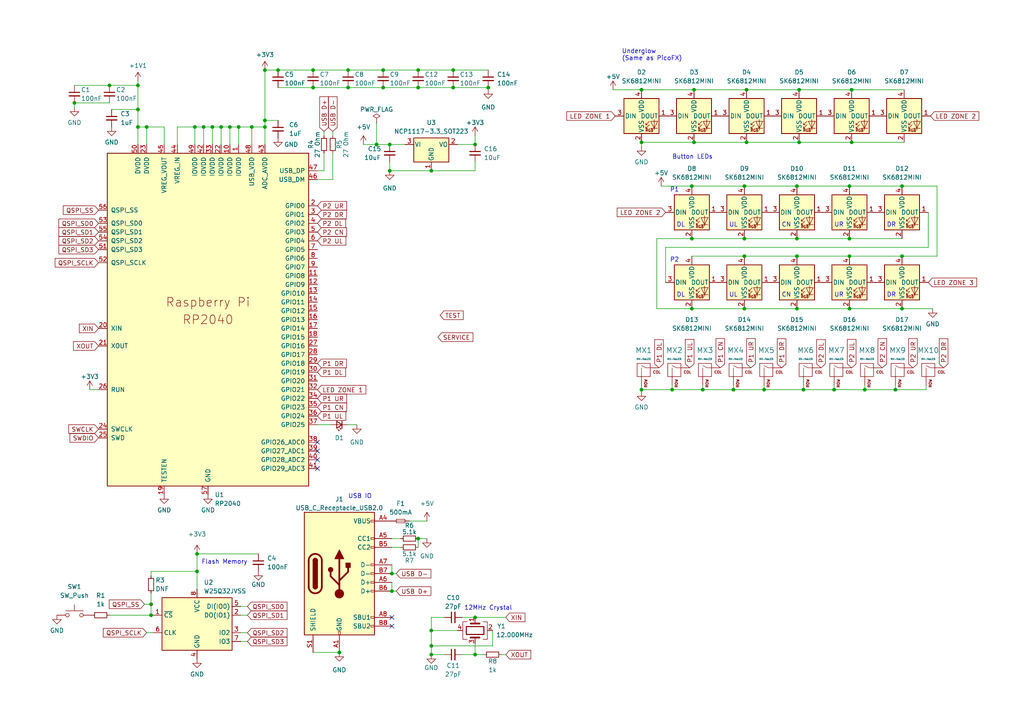
<source format=kicad_sch>
(kicad_sch (version 20230121) (generator eeschema)
  (paper "A4")
  (lib_symbols
    (symbol "+5V_1" (power) (pin_names (offset 0))
      (property "Value" "+5V_1" (at 0 3.556 0))
      (symbol "+5V_1_1_1"
        (pin power_in line (at 0 0 90) (length 0) hide (name "+5V") (number "1"))
      )
    )
    (symbol "Connector:USB_C_Receptacle_USB2.0" (pin_names (offset 1.016))
      (property "Reference" "J" (at -10.16 19.05 0))
      (property "Value" "USB_C_Receptacle_USB2.0" (at 19.05 19.05 0))
      (symbol "USB_C_Receptacle_USB2.0_1_1"
        (pin passive line (at 0 -22.86 90) (length 5.08) (name "GND") (number "A1"))
        (pin passive line (at 0 -22.86 90) (length 5.08) hide (name "GND") (number "A12"))
        (pin passive line (at 15.24 15.24 180) (length 5.08) (name "VBUS") (number "A4"))
        (pin bidirectional line (at 15.24 10.16 180) (length 5.08) (name "CC1") (number "A5"))
        (pin bidirectional line (at 15.24 -2.54 180) (length 5.08) (name "D+") (number "A6"))
        (pin bidirectional line (at 15.24 2.54 180) (length 5.08) (name "D-") (number "A7"))
        (pin bidirectional line (at 15.24 -12.7 180) (length 5.08) (name "SBU1") (number "A8"))
        (pin passive line (at 15.24 15.24 180) (length 5.08) hide (name "VBUS") (number "A9"))
        (pin passive line (at 0 -22.86 90) (length 5.08) hide (name "GND") (number "B1"))
        (pin passive line (at 0 -22.86 90) (length 5.08) hide (name "GND") (number "B12"))
        (pin passive line (at 15.24 15.24 180) (length 5.08) hide (name "VBUS") (number "B4"))
        (pin bidirectional line (at 15.24 7.62 180) (length 5.08) (name "CC2") (number "B5"))
        (pin bidirectional line (at 15.24 -5.08 180) (length 5.08) (name "D+") (number "B6"))
        (pin bidirectional line (at 15.24 0 180) (length 5.08) (name "D-") (number "B7"))
        (pin bidirectional line (at 15.24 -15.24 180) (length 5.08) (name "SBU2") (number "B8"))
        (pin passive line (at 15.24 15.24 180) (length 5.08) hide (name "VBUS") (number "B9"))
        (pin passive line (at -7.62 -22.86 90) (length 5.08) (name "SHIELD") (number "S1"))
      )
    )
    (symbol "Device:C_Small" (pin_numbers hide) (pin_names (offset 0.254) hide)
      (property "Reference" "C" (at 0.254 1.778 0))
      (property "Value" "C_Small" (at 0.254 -2.032 0))
      (symbol "C_Small_1_1"
        (pin passive line (at 0 2.54 270) (length 2.032) (name "~") (number "1"))
        (pin passive line (at 0 -2.54 90) (length 2.032) (name "~") (number "2"))
      )
    )
    (symbol "Device:Crystal_GND24" (pin_names (offset 1.016) hide)
      (property "Reference" "Y" (at 3.175 5.08 0))
      (property "Value" "Crystal_GND24" (at 3.175 3.175 0))
      (symbol "Crystal_GND24_1_1"
        (pin passive line (at -3.81 0 0) (length 1.27) (name "1") (number "1"))
        (pin passive line (at 0 5.08 270) (length 1.27) (name "2") (number "2"))
        (pin passive line (at 3.81 0 180) (length 1.27) (name "3") (number "3"))
        (pin passive line (at 0 -5.08 90) (length 1.27) (name "4") (number "4"))
      )
    )
    (symbol "Device:Fuse_Small" (pin_numbers hide) (pin_names (offset 0.254) hide)
      (property "Reference" "F" (at 0 -1.524 0))
      (property "Value" "Fuse_Small" (at 0 1.524 0))
      (symbol "Fuse_Small_1_1"
        (pin passive line (at -2.54 0 0) (length 1.27) (name "~") (number "1"))
        (pin passive line (at 2.54 0 180) (length 1.27) (name "~") (number "2"))
      )
    )
    (symbol "Device:LED_Small" (pin_numbers hide) (pin_names (offset 0.254) hide)
      (property "Reference" "D" (at -1.27 3.175 0))
      (property "Value" "LED_Small" (at -4.445 -2.54 0))
      (symbol "LED_Small_1_1"
        (pin passive line (at -2.54 0 0) (length 1.778) (name "K") (number "1"))
        (pin passive line (at 2.54 0 180) (length 1.778) (name "A") (number "2"))
      )
    )
    (symbol "Device:R_Small" (pin_numbers hide) (pin_names (offset 0.254) hide)
      (property "Reference" "R" (at 0.762 0.508 0))
      (property "Value" "R_Small" (at 0.762 -1.016 0))
      (symbol "R_Small_1_1"
        (pin passive line (at 0 2.54 270) (length 0.762) (name "~") (number "1"))
        (pin passive line (at 0 -2.54 90) (length 0.762) (name "~") (number "2"))
      )
    )
    (symbol "GND_1" (power) (pin_names (offset 0))
      (property "Value" "GND_1" (at 0 -3.81 0))
      (symbol "GND_1_1_1"
        (pin power_in line (at 0 0 270) (length 0) hide (name "GND") (number "1"))
      )
    )
    (symbol "GND_2" (power) (pin_names (offset 0))
      (property "Value" "GND_2" (at 0 -3.81 0))
      (symbol "GND_2_1_1"
        (pin power_in line (at 0 0 270) (length 0) hide (name "GND") (number "1"))
      )
    )
    (symbol "LED:SK6812MINI" (pin_names (offset 0.254))
      (property "Reference" "D" (at 5.08 5.715 0))
      (property "Value" "SK6812MINI" (at 1.27 -5.715 0))
      (symbol "SK6812MINI_0_0"
        (text "RGB" (at 2.286 -4.191 0) (effects (font (size 0.762 0.762))))
      )
      (symbol "SK6812MINI_1_1"
        (pin output line (at 7.62 0 180) (length 2.54) (name "DOUT") (number "1"))
        (pin power_in line (at 0 -7.62 90) (length 2.54) (name "VSS") (number "2"))
        (pin input line (at -7.62 0 0) (length 2.54) (name "DIN") (number "3"))
        (pin power_in line (at 0 7.62 270) (length 2.54) (name "VDD") (number "4"))
      )
    )
    (symbol "MCU_RaspberryPi_RP2040:RP2040" (pin_names (offset 1.016))
      (property "Reference" "U" (at -29.21 49.53 0))
      (property "Value" "RP2040" (at 24.13 -49.53 0))
      (symbol "RP2040_0_0"
        (text "Raspberry Pi" (at 0 5.08 0) (effects (font (size 2.54 2.54))))
        (text "RP2040" (at 0 0 0) (effects (font (size 2.54 2.54))))
      )
      (symbol "RP2040_1_1"
        (pin power_in line (at 8.89 50.8 270) (length 2.54) (name "IOVDD") (number "1"))
        (pin power_in line (at 6.35 50.8 270) (length 2.54) (name "IOVDD") (number "10"))
        (pin bidirectional line (at 31.75 12.7 180) (length 2.54) (name "GPIO8") (number "11"))
        (pin bidirectional line (at 31.75 10.16 180) (length 2.54) (name "GPIO9") (number "12"))
        (pin bidirectional line (at 31.75 7.62 180) (length 2.54) (name "GPIO10") (number "13"))
        (pin bidirectional line (at 31.75 5.08 180) (length 2.54) (name "GPIO11") (number "14"))
        (pin bidirectional line (at 31.75 2.54 180) (length 2.54) (name "GPIO12") (number "15"))
        (pin bidirectional line (at 31.75 0 180) (length 2.54) (name "GPIO13") (number "16"))
        (pin bidirectional line (at 31.75 -2.54 180) (length 2.54) (name "GPIO14") (number "17"))
        (pin bidirectional line (at 31.75 -5.08 180) (length 2.54) (name "GPIO15") (number "18"))
        (pin passive line (at -12.7 -50.8 90) (length 2.54) (name "TESTEN") (number "19"))
        (pin bidirectional line (at 31.75 33.02 180) (length 2.54) (name "GPIO0") (number "2"))
        (pin input line (at -31.75 -2.54 0) (length 2.54) (name "XIN") (number "20"))
        (pin passive line (at -31.75 -7.62 0) (length 2.54) (name "XOUT") (number "21"))
        (pin power_in line (at 3.81 50.8 270) (length 2.54) (name "IOVDD") (number "22"))
        (pin power_in line (at -17.78 50.8 270) (length 2.54) (name "DVDD") (number "23"))
        (pin output line (at -31.75 -31.75 0) (length 2.54) (name "SWCLK") (number "24"))
        (pin bidirectional line (at -31.75 -34.29 0) (length 2.54) (name "SWD") (number "25"))
        (pin input line (at -31.75 -20.32 0) (length 2.54) (name "RUN") (number "26"))
        (pin bidirectional line (at 31.75 -7.62 180) (length 2.54) (name "GPIO16") (number "27"))
        (pin bidirectional line (at 31.75 -10.16 180) (length 2.54) (name "GPIO17") (number "28"))
        (pin bidirectional line (at 31.75 -12.7 180) (length 2.54) (name "GPIO18") (number "29"))
        (pin bidirectional line (at 31.75 30.48 180) (length 2.54) (name "GPIO1") (number "3"))
        (pin bidirectional line (at 31.75 -15.24 180) (length 2.54) (name "GPIO19") (number "30"))
        (pin bidirectional line (at 31.75 -17.78 180) (length 2.54) (name "GPIO20") (number "31"))
        (pin bidirectional line (at 31.75 -20.32 180) (length 2.54) (name "GPIO21") (number "32"))
        (pin power_in line (at 1.27 50.8 270) (length 2.54) (name "IOVDD") (number "33"))
        (pin bidirectional line (at 31.75 -22.86 180) (length 2.54) (name "GPIO22") (number "34"))
        (pin bidirectional line (at 31.75 -25.4 180) (length 2.54) (name "GPIO23") (number "35"))
        (pin bidirectional line (at 31.75 -27.94 180) (length 2.54) (name "GPIO24") (number "36"))
        (pin bidirectional line (at 31.75 -30.48 180) (length 2.54) (name "GPIO25") (number "37"))
        (pin bidirectional line (at 31.75 -35.56 180) (length 2.54) (name "GPIO26_ADC0") (number "38"))
        (pin bidirectional line (at 31.75 -38.1 180) (length 2.54) (name "GPIO27_ADC1") (number "39"))
        (pin bidirectional line (at 31.75 27.94 180) (length 2.54) (name "GPIO2") (number "4"))
        (pin bidirectional line (at 31.75 -40.64 180) (length 2.54) (name "GPIO28_ADC2") (number "40"))
        (pin bidirectional line (at 31.75 -43.18 180) (length 2.54) (name "GPIO29_ADC3") (number "41"))
        (pin power_in line (at -1.27 50.8 270) (length 2.54) (name "IOVDD") (number "42"))
        (pin power_in line (at 16.51 50.8 270) (length 2.54) (name "ADC_AVDD") (number "43"))
        (pin power_in line (at -8.89 50.8 270) (length 2.54) (name "VREG_IN") (number "44"))
        (pin power_out line (at -12.7 50.8 270) (length 2.54) (name "VREG_VOUT") (number "45"))
        (pin bidirectional line (at 31.75 40.64 180) (length 2.54) (name "USB_DM") (number "46"))
        (pin bidirectional line (at 31.75 43.18 180) (length 2.54) (name "USB_DP") (number "47"))
        (pin power_in line (at 12.7 50.8 270) (length 2.54) (name "USB_VDD") (number "48"))
        (pin power_in line (at -3.81 50.8 270) (length 2.54) (name "IOVDD") (number "49"))
        (pin bidirectional line (at 31.75 25.4 180) (length 2.54) (name "GPIO3") (number "5"))
        (pin power_in line (at -20.32 50.8 270) (length 2.54) (name "DVDD") (number "50"))
        (pin bidirectional line (at -31.75 20.32 0) (length 2.54) (name "QSPI_SD3") (number "51"))
        (pin output line (at -31.75 16.51 0) (length 2.54) (name "QSPI_SCLK") (number "52"))
        (pin bidirectional line (at -31.75 27.94 0) (length 2.54) (name "QSPI_SD0") (number "53"))
        (pin bidirectional line (at -31.75 22.86 0) (length 2.54) (name "QSPI_SD2") (number "54"))
        (pin bidirectional line (at -31.75 25.4 0) (length 2.54) (name "QSPI_SD1") (number "55"))
        (pin bidirectional line (at -31.75 31.75 0) (length 2.54) (name "QSPI_SS") (number "56"))
        (pin power_in line (at 0 -50.8 90) (length 2.54) (name "GND") (number "57"))
        (pin bidirectional line (at 31.75 22.86 180) (length 2.54) (name "GPIO4") (number "6"))
        (pin bidirectional line (at 31.75 20.32 180) (length 2.54) (name "GPIO5") (number "7"))
        (pin bidirectional line (at 31.75 17.78 180) (length 2.54) (name "GPIO6") (number "8"))
        (pin bidirectional line (at 31.75 15.24 180) (length 2.54) (name "GPIO7") (number "9"))
      )
    )
    (symbol "MX_Alps_Hybrid:MX-NoLED" (pin_names (offset 1.016))
      (property "Reference" "MX" (at -0.635 3.81 0))
      (property "Value" "MX-NoLED" (at -0.635 1.27 0))
      (symbol "MX-NoLED_0_0"
        (text "COL" (at 3.175 0 0) (effects (font (size 0.762 0.762))))
        (text "ROW" (at 0 -1.905 900) (effects (font (size 0.762 0.762)) (justify right)))
      )
      (symbol "MX-NoLED_1_1"
        (pin passive line (at 3.81 1.27 180) (length 2.54) (name "COL") (number "1"))
        (pin passive line (at -1.27 -3.81 90) (length 2.54) (name "ROW") (number "2"))
      )
    )
    (symbol "Memory_Flash:W25Q32JVSS"
      (property "Reference" "U" (at -8.89 8.89 0))
      (property "Value" "W25Q32JVSS" (at 7.62 8.89 0))
      (symbol "W25Q32JVSS_1_1"
        (pin input line (at -12.7 2.54 0) (length 2.54) (name "~{CS}") (number "1"))
        (pin bidirectional line (at 12.7 2.54 180) (length 2.54) (name "DO(IO1)") (number "2"))
        (pin bidirectional line (at 12.7 -2.54 180) (length 2.54) (name "IO2") (number "3"))
        (pin power_in line (at 0 -10.16 90) (length 2.54) (name "GND") (number "4"))
        (pin bidirectional line (at 12.7 5.08 180) (length 2.54) (name "DI(IO0)") (number "5"))
        (pin input line (at -12.7 -2.54 0) (length 2.54) (name "CLK") (number "6"))
        (pin bidirectional line (at 12.7 -5.08 180) (length 2.54) (name "IO3") (number "7"))
        (pin power_in line (at 0 10.16 270) (length 2.54) (name "VCC") (number "8"))
      )
    )
    (symbol "Regulator_Linear:NCP1117-3.3_SOT223" (pin_names (offset 0.254))
      (property "Reference" "U" (at -3.81 3.175 0))
      (property "Value" "NCP1117-3.3_SOT223" (at 0 3.175 0))
      (symbol "NCP1117-3.3_SOT223_1_1"
        (pin power_in line (at 0 -7.62 90) (length 2.54) (name "GND") (number "1"))
        (pin power_out line (at 7.62 0 180) (length 2.54) (name "VO") (number "2"))
        (pin power_in line (at -7.62 0 0) (length 2.54) (name "VI") (number "3"))
      )
    )
    (symbol "Switch:SW_Push" (pin_numbers hide) (pin_names (offset 1.016) hide)
      (property "Reference" "SW" (at 1.27 2.54 0))
      (property "Value" "SW_Push" (at 0 -1.524 0))
      (symbol "SW_Push_0_1"
        (pin passive line (at -5.08 0 0) (length 2.54) (name "1") (number "1"))
        (pin passive line (at 5.08 0 180) (length 2.54) (name "2") (number "2"))
      )
    )
    (symbol "power:+1V1" (power) (pin_names (offset 0))
      (property "Value" "+1V1" (at 0 3.556 0))
      (symbol "+1V1_1_1"
        (pin power_in line (at 0 0 90) (length 0) hide (name "+1V1") (number "1"))
      )
    )
    (symbol "power:+3V3" (power) (pin_names (offset 0))
      (property "Value" "+3V3" (at 0 3.556 0))
      (symbol "+3V3_1_1"
        (pin power_in line (at 0 0 90) (length 0) hide (name "+3V3") (number "1"))
      )
    )
    (symbol "power:+5V" (power) (pin_names (offset 0))
      (property "Value" "+5V" (at 0 3.556 0))
      (symbol "+5V_1_1"
        (pin power_in line (at 0 0 90) (length 0) hide (name "+5V") (number "1"))
      )
    )
    (symbol "power:GND" (power) (pin_names (offset 0))
      (property "Value" "GND" (at 0 -3.81 0))
      (symbol "GND_1_1"
        (pin power_in line (at 0 0 270) (length 0) hide (name "GND") (number "1"))
      )
    )
    (symbol "power:PWR_FLAG" (power) (pin_numbers hide) (pin_names (offset 0) hide)
      (property "Value" "PWR_FLAG" (at 0 3.81 0))
      (symbol "PWR_FLAG_0_0"
        (pin power_out line (at 0 0 90) (length 0) (name "pwr") (number "1"))
      )
    )
  )
  (junction (at 100.965 25.4))
  (junction (at 231.14 69.215))
  (junction (at 246.38 74.295))
  (junction (at 216.535 26.035))
  (junction (at 43.815 175.26))
  (junction (at 231.14 74.295))
  (junction (at 247.015 26.035))
  (junction (at 57.15 160.655))
  (junction (at 111.125 25.4))
  (junction (at 250.825 113.03))
  (junction (at 221.615 113.03))
  (junction (at 66.675 36.83))
  (junction (at 90.805 20.32))
  (junction (at 76.835 20.32))
  (junction (at 203.835 113.03))
  (junction (at 231.14 53.975))
  (junction (at 259.715 113.03))
  (junction (at 73.025 36.83))
  (junction (at 241.935 113.03))
  (junction (at 131.445 20.32))
  (junction (at 186.055 41.275))
  (junction (at 215.9 89.535))
  (junction (at 21.59 29.845))
  (junction (at 231.14 89.535))
  (junction (at 42.545 36.83))
  (junction (at 201.295 41.275))
  (junction (at 233.045 113.03))
  (junction (at 231.775 41.275))
  (junction (at 121.285 20.32))
  (junction (at 131.445 25.4))
  (junction (at 215.9 53.975))
  (junction (at 125.095 49.53))
  (junction (at 194.945 113.03))
  (junction (at 76.835 36.83))
  (junction (at 109.22 41.91))
  (junction (at 76.835 34.925))
  (junction (at 137.795 189.865))
  (junction (at 186.055 113.03))
  (junction (at 200.66 89.535))
  (junction (at 98.425 189.23))
  (junction (at 200.66 69.215))
  (junction (at 231.775 26.035))
  (junction (at 247.015 41.275))
  (junction (at 137.795 41.91))
  (junction (at 137.795 179.07))
  (junction (at 31.75 24.765))
  (junction (at 100.965 20.32))
  (junction (at 59.055 36.83))
  (junction (at 125.095 182.88))
  (junction (at 57.15 165.735))
  (junction (at 215.9 69.215))
  (junction (at 121.285 25.4))
  (junction (at 125.095 187.325))
  (junction (at 61.595 36.83))
  (junction (at 186.055 26.035))
  (junction (at 111.125 20.32))
  (junction (at 113.03 49.53))
  (junction (at 246.38 53.975))
  (junction (at 261.62 74.295))
  (junction (at 201.295 26.035))
  (junction (at 246.38 89.535))
  (junction (at 113.665 171.45))
  (junction (at 40.005 24.765))
  (junction (at 215.9 74.295))
  (junction (at 141.605 25.4))
  (junction (at 80.645 20.32))
  (junction (at 216.535 41.275))
  (junction (at 90.805 25.4))
  (junction (at 40.005 31.75))
  (junction (at 246.38 69.215))
  (junction (at 113.03 41.91))
  (junction (at 43.815 178.435))
  (junction (at 212.725 113.03))
  (junction (at 113.665 166.37))
  (junction (at 69.215 36.83))
  (junction (at 56.515 36.83))
  (junction (at 64.135 36.83))
  (junction (at 261.62 53.975))
  (junction (at 261.62 89.535))
  (junction (at 121.285 156.21))
  (junction (at 200.66 53.975))
  (junction (at 125.095 189.865))
  (junction (at 40.005 36.83))
  (no_connect (at 113.665 179.07))
  (no_connect (at 92.075 135.89))
  (no_connect (at 92.075 133.35))
  (no_connect (at 113.665 181.61))
  (no_connect (at 92.075 130.81))
  (no_connect (at 92.075 128.27))
  (wire (pts (xy 113.665 156.21) (xy 116.205 156.21)))
  (wire (pts (xy 215.9 74.295) (xy 231.14 74.295)))
  (wire (pts (xy 109.22 35.56) (xy 109.22 41.91)))
  (wire (pts (xy 113.03 46.99) (xy 113.03 49.53)))
  (wire (pts (xy 142.875 187.325) (xy 125.095 187.325)))
  (wire (pts (xy 64.135 36.83) (xy 66.675 36.83)))
  (wire (pts (xy 215.9 89.535) (xy 231.14 89.535)))
  (wire (pts (xy 146.685 189.865) (xy 145.415 189.865)))
  (wire (pts (xy 92.075 123.19) (xy 95.885 123.19)))
  (wire (pts (xy 73.025 36.83) (xy 73.025 41.91)))
  (wire (pts (xy 271.78 53.975) (xy 261.62 53.975)))
  (wire (pts (xy 216.535 26.035) (xy 231.775 26.035)))
  (wire (pts (xy 61.595 36.83) (xy 64.135 36.83)))
  (wire (pts (xy 186.055 41.275) (xy 186.055 42.545)))
  (wire (pts (xy 250.825 111.76) (xy 250.825 113.03)))
  (wire (pts (xy 241.935 113.03) (xy 250.825 113.03)))
  (wire (pts (xy 40.005 23.495) (xy 40.005 24.765)))
  (wire (pts (xy 32.385 31.75) (xy 40.005 31.75)))
  (wire (pts (xy 131.445 25.4) (xy 121.285 25.4)))
  (wire (pts (xy 42.545 36.83) (xy 42.545 41.91)))
  (wire (pts (xy 69.85 178.435) (xy 71.755 178.435)))
  (wire (pts (xy 76.835 34.925) (xy 80.645 34.925)))
  (wire (pts (xy 40.005 36.83) (xy 42.545 36.83)))
  (wire (pts (xy 100.965 123.19) (xy 103.505 123.19)))
  (wire (pts (xy 186.055 26.035) (xy 201.295 26.035)))
  (wire (pts (xy 76.835 36.83) (xy 76.835 41.91)))
  (wire (pts (xy 21.59 31.115) (xy 21.59 29.845)))
  (wire (pts (xy 269.24 61.595) (xy 269.24 71.755)))
  (wire (pts (xy 246.38 53.975) (xy 231.14 53.975)))
  (wire (pts (xy 186.055 113.03) (xy 186.055 111.76)))
  (wire (pts (xy 92.075 49.53) (xy 93.98 49.53)))
  (wire (pts (xy 231.14 53.975) (xy 215.9 53.975)))
  (wire (pts (xy 215.9 53.975) (xy 200.66 53.975)))
  (wire (pts (xy 64.135 36.83) (xy 64.135 41.91)))
  (wire (pts (xy 261.62 69.215) (xy 246.38 69.215)))
  (wire (pts (xy 109.22 41.91) (xy 113.03 41.91)))
  (wire (pts (xy 246.38 89.535) (xy 261.62 89.535)))
  (wire (pts (xy 31.75 29.845) (xy 21.59 29.845)))
  (wire (pts (xy 113.03 49.53) (xy 125.095 49.53)))
  (wire (pts (xy 194.945 113.03) (xy 194.945 111.76)))
  (wire (pts (xy 231.14 89.535) (xy 246.38 89.535)))
  (wire (pts (xy 200.66 74.295) (xy 215.9 74.295)))
  (wire (pts (xy 96.52 44.45) (xy 96.52 52.07)))
  (wire (pts (xy 21.59 24.765) (xy 31.75 24.765)))
  (wire (pts (xy 186.055 41.275) (xy 201.295 41.275)))
  (wire (pts (xy 66.675 36.83) (xy 69.215 36.83)))
  (wire (pts (xy 132.715 41.91) (xy 137.795 41.91)))
  (wire (pts (xy 125.095 189.865) (xy 125.095 187.325)))
  (wire (pts (xy 233.045 113.03) (xy 241.935 113.03)))
  (wire (pts (xy 93.98 49.53) (xy 93.98 44.45)))
  (wire (pts (xy 271.78 74.295) (xy 271.78 53.975)))
  (wire (pts (xy 125.095 182.88) (xy 125.095 179.07)))
  (wire (pts (xy 123.825 151.13) (xy 118.745 151.13)))
  (wire (pts (xy 259.715 113.03) (xy 268.605 113.03)))
  (wire (pts (xy 56.515 36.83) (xy 59.055 36.83)))
  (wire (pts (xy 42.545 36.83) (xy 47.625 36.83)))
  (wire (pts (xy 137.795 179.07) (xy 146.685 179.07)))
  (wire (pts (xy 93.98 39.37) (xy 93.98 38.1)))
  (wire (pts (xy 137.795 189.865) (xy 140.335 189.865)))
  (wire (pts (xy 69.215 36.83) (xy 69.215 41.91)))
  (wire (pts (xy 142.875 182.88) (xy 142.875 187.325)))
  (wire (pts (xy 43.815 178.435) (xy 43.815 175.26)))
  (wire (pts (xy 100.965 25.4) (xy 90.805 25.4)))
  (wire (pts (xy 215.9 69.215) (xy 200.66 69.215)))
  (wire (pts (xy 76.835 20.32) (xy 76.835 34.925)))
  (wire (pts (xy 113.665 166.37) (xy 114.935 166.37)))
  (wire (pts (xy 246.38 74.295) (xy 261.62 74.295)))
  (wire (pts (xy 57.15 160.655) (xy 74.93 160.655)))
  (wire (pts (xy 51.435 36.83) (xy 56.515 36.83)))
  (wire (pts (xy 259.715 113.03) (xy 259.715 111.76)))
  (wire (pts (xy 191.77 53.975) (xy 200.66 53.975)))
  (wire (pts (xy 231.775 26.035) (xy 247.015 26.035)))
  (wire (pts (xy 186.055 113.665) (xy 186.055 113.03)))
  (wire (pts (xy 43.815 175.26) (xy 43.815 172.085)))
  (wire (pts (xy 250.825 113.03) (xy 259.715 113.03)))
  (wire (pts (xy 100.965 20.32) (xy 111.125 20.32)))
  (wire (pts (xy 231.14 74.295) (xy 246.38 74.295)))
  (wire (pts (xy 31.75 178.435) (xy 43.815 178.435)))
  (wire (pts (xy 200.66 69.215) (xy 190.5 69.215)))
  (wire (pts (xy 113.03 41.91) (xy 117.475 41.91)))
  (wire (pts (xy 69.85 186.055) (xy 71.755 186.055)))
  (wire (pts (xy 69.85 175.895) (xy 71.755 175.895)))
  (wire (pts (xy 137.795 189.865) (xy 137.795 186.69)))
  (wire (pts (xy 57.15 160.655) (xy 57.15 165.735)))
  (wire (pts (xy 73.025 36.83) (xy 76.835 36.83)))
  (wire (pts (xy 186.055 113.03) (xy 194.945 113.03)))
  (wire (pts (xy 69.85 183.515) (xy 71.755 183.515)))
  (wire (pts (xy 241.935 113.03) (xy 241.935 111.76)))
  (wire (pts (xy 96.52 39.37) (xy 96.52 38.1)))
  (wire (pts (xy 51.435 41.91) (xy 51.435 36.83)))
  (wire (pts (xy 61.595 36.83) (xy 61.595 41.91)))
  (wire (pts (xy 247.015 41.275) (xy 262.255 41.275)))
  (wire (pts (xy 212.725 113.03) (xy 212.725 111.76)))
  (wire (pts (xy 190.5 89.535) (xy 200.66 89.535)))
  (wire (pts (xy 203.835 113.03) (xy 212.725 113.03)))
  (wire (pts (xy 261.62 89.535) (xy 270.51 89.535)))
  (wire (pts (xy 125.095 182.88) (xy 132.715 182.88)))
  (wire (pts (xy 221.615 113.03) (xy 233.045 113.03)))
  (wire (pts (xy 141.605 25.4) (xy 131.445 25.4)))
  (wire (pts (xy 125.095 189.865) (xy 128.905 189.865)))
  (wire (pts (xy 216.535 41.275) (xy 231.775 41.275)))
  (wire (pts (xy 111.125 20.32) (xy 121.285 20.32)))
  (wire (pts (xy 125.095 49.53) (xy 137.795 49.53)))
  (wire (pts (xy 42.545 183.515) (xy 44.45 183.515)))
  (wire (pts (xy 59.055 36.83) (xy 61.595 36.83)))
  (wire (pts (xy 92.075 52.07) (xy 96.52 52.07)))
  (wire (pts (xy 59.055 36.83) (xy 59.055 41.91)))
  (wire (pts (xy 137.795 39.37) (xy 137.795 41.91)))
  (wire (pts (xy 43.815 167.005) (xy 43.815 165.735)))
  (wire (pts (xy 137.795 49.53) (xy 137.795 46.99)))
  (wire (pts (xy 261.62 74.295) (xy 271.78 74.295)))
  (wire (pts (xy 133.985 179.07) (xy 137.795 179.07)))
  (wire (pts (xy 268.605 113.03) (xy 268.605 111.76)))
  (wire (pts (xy 203.835 111.76) (xy 203.835 113.03)))
  (wire (pts (xy 193.04 71.755) (xy 193.04 81.915)))
  (wire (pts (xy 40.005 24.765) (xy 40.005 31.75)))
  (wire (pts (xy 113.665 163.83) (xy 113.665 166.37)))
  (wire (pts (xy 247.015 26.035) (xy 262.255 26.035)))
  (wire (pts (xy 113.665 168.91) (xy 113.665 171.45)))
  (wire (pts (xy 76.835 36.83) (xy 76.835 34.925)))
  (wire (pts (xy 125.095 179.07) (xy 128.905 179.07)))
  (wire (pts (xy 56.515 41.91) (xy 56.515 36.83)))
  (wire (pts (xy 125.095 187.325) (xy 125.095 182.88)))
  (wire (pts (xy 69.215 36.83) (xy 73.025 36.83)))
  (wire (pts (xy 111.125 25.4) (xy 100.965 25.4)))
  (wire (pts (xy 231.775 41.275) (xy 247.015 41.275)))
  (wire (pts (xy 231.14 69.215) (xy 215.9 69.215)))
  (wire (pts (xy 90.805 189.23) (xy 98.425 189.23)))
  (wire (pts (xy 201.295 26.035) (xy 216.535 26.035)))
  (wire (pts (xy 190.5 69.215) (xy 190.5 89.535)))
  (wire (pts (xy 133.985 189.865) (xy 137.795 189.865)))
  (wire (pts (xy 113.665 171.45) (xy 114.935 171.45)))
  (wire (pts (xy 43.815 165.735) (xy 57.15 165.735)))
  (wire (pts (xy 90.805 20.32) (xy 100.965 20.32)))
  (wire (pts (xy 141.605 25.4) (xy 141.605 26.035)))
  (wire (pts (xy 246.38 69.215) (xy 231.14 69.215)))
  (wire (pts (xy 131.445 20.32) (xy 141.605 20.32)))
  (wire (pts (xy 201.295 41.275) (xy 216.535 41.275)))
  (wire (pts (xy 26.035 113.03) (xy 28.575 113.03)))
  (wire (pts (xy 121.285 25.4) (xy 111.125 25.4)))
  (wire (pts (xy 40.005 36.83) (xy 40.005 41.91)))
  (wire (pts (xy 90.805 25.4) (xy 80.645 25.4)))
  (wire (pts (xy 121.285 20.32) (xy 131.445 20.32)))
  (wire (pts (xy 269.24 71.755) (xy 193.04 71.755)))
  (wire (pts (xy 200.66 89.535) (xy 215.9 89.535)))
  (wire (pts (xy 177.8 26.035) (xy 186.055 26.035)))
  (wire (pts (xy 76.835 20.32) (xy 80.645 20.32)))
  (wire (pts (xy 66.675 36.83) (xy 66.675 41.91)))
  (wire (pts (xy 121.285 156.21) (xy 121.285 158.75)))
  (wire (pts (xy 221.615 113.03) (xy 221.615 111.76)))
  (wire (pts (xy 31.75 24.765) (xy 40.005 24.765)))
  (wire (pts (xy 80.645 20.32) (xy 90.805 20.32)))
  (wire (pts (xy 113.665 158.75) (xy 116.205 158.75)))
  (wire (pts (xy 261.62 53.975) (xy 246.38 53.975)))
  (wire (pts (xy 233.045 111.76) (xy 233.045 113.03)))
  (wire (pts (xy 194.945 113.03) (xy 203.835 113.03)))
  (wire (pts (xy 212.725 113.03) (xy 221.615 113.03)))
  (wire (pts (xy 41.91 175.26) (xy 43.815 175.26)))
  (wire (pts (xy 47.625 41.91) (xy 47.625 36.83)))
  (wire (pts (xy 105.41 41.91) (xy 109.22 41.91)))
  (wire (pts (xy 40.005 31.75) (xy 40.005 36.83)))
  (wire (pts (xy 121.285 156.21) (xy 123.825 156.21)))
  (wire (pts (xy 57.15 165.735) (xy 57.15 170.815)))
  (wire (pts (xy 44.45 178.435) (xy 43.815 178.435)))
  (text "DL\n" (at 196.215 66.04 0) (effects (font (size 1.27 1.27)) (justify left bottom)))
  (text "USB IO" (at 100.965 144.78 0) (effects (font (size 1.27 1.27)) (justify left bottom)))
  (text "UL" (at 211.455 86.36 0) (effects (font (size 1.27 1.27)) (justify left bottom)))
  (text "UR" (at 241.935 86.36 0) (effects (font (size 1.27 1.27)) (justify left bottom)))
  (text "CN" (at 226.695 66.04 0) (effects (font (size 1.27 1.27)) (justify left bottom)))
  (text "P1\n" (at 194.31 55.88 0) (effects (font (size 1.27 1.27)) (justify left bottom)))
  (text "DL\n" (at 196.215 86.36 0) (effects (font (size 1.27 1.27)) (justify left bottom)))
  (text "P2\n" (at 194.31 76.2 0) (effects (font (size 1.27 1.27)) (justify left bottom)))
  (text "DR" (at 257.175 86.36 0) (effects (font (size 1.27 1.27)) (justify left bottom)))
  (text "12MHz Crystal" (at 134.62 177.165 0) (effects (font (size 1.27 1.27)) (justify left bottom)))
  (text "Button LEDs" (at 194.945 46.355 0) (effects (font (size 1.27 1.27)) (justify left bottom)))
  (text "UR" (at 241.935 66.04 0) (effects (font (size 1.27 1.27)) (justify left bottom)))
  (text "Underglow\n(Same as PicoFX)" (at 180.34 17.78 0) (effects (font (size 1.27 1.27)) (justify left bottom)))
  (text "CN" (at 226.695 86.36 0) (effects (font (size 1.27 1.27)) (justify left bottom)))
  (text "DR" (at 257.175 66.04 0) (effects (font (size 1.27 1.27)) (justify left bottom)))
  (text "Flash Memory" (at 58.42 163.83 0) (effects (font (size 1.27 1.27)) (justify left bottom)))
  (text "UL" (at 211.455 66.04 0) (effects (font (size 1.27 1.27)) (justify left bottom)))
  (global_label "QSPI_SS" (shape input) (at 41.91 175.26 180) (property "Intersheetrefs" "${INTERSHEET_REFS}" (effects hide)))
  (global_label "P1 DL" (shape input) (at 92.075 107.95 0) (property "Intersheetrefs" "${INTERSHEET_REFS}" (effects hide)))
  (global_label "P2 CN" (shape input) (at 255.905 106.68 90) (property "Intersheetrefs" "${INTERSHEET_REFS}" (effects hide)))
  (global_label "USB D-" (shape input) (at 114.935 166.37 0) (property "Intersheetrefs" "${INTERSHEET_REFS}" (effects hide)))
  (global_label "LED ZONE 2" (shape input) (at 193.04 61.595 180) (property "Intersheetrefs" "${INTERSHEET_REFS}" (effects hide)))
  (global_label "QSPI_SD2" (shape input) (at 28.575 69.85 180) (property "Intersheetrefs" "${INTERSHEET_REFS}" (effects hide)))
  (global_label "QSPI_SD2" (shape input) (at 71.755 183.515 0) (property "Intersheetrefs" "${INTERSHEET_REFS}" (effects hide)))
  (global_label "QSPI_SCLK" (shape input) (at 28.575 76.2 180) (property "Intersheetrefs" "${INTERSHEET_REFS}" (effects hide)))
  (global_label "P2 DR" (shape input) (at 92.075 62.23 0) (property "Intersheetrefs" "${INTERSHEET_REFS}" (effects hide)))
  (global_label "USB D-" (shape input) (at 96.52 38.1 90) (property "Intersheetrefs" "${INTERSHEET_REFS}" (effects hide)))
  (global_label "XOUT" (shape input) (at 28.575 100.33 180) (property "Intersheetrefs" "${INTERSHEET_REFS}" (effects hide)))
  (global_label "QSPI_SD1" (shape input) (at 28.575 67.31 180) (property "Intersheetrefs" "${INTERSHEET_REFS}" (effects hide)))
  (global_label "SERVICE" (shape input) (at 127 97.79 0) (property "Intersheetrefs" "${INTERSHEET_REFS}" (effects hide)))
  (global_label "P2 DR" (shape input) (at 273.685 106.68 90) (property "Intersheetrefs" "${INTERSHEET_REFS}" (effects hide)))
  (global_label "QSPI_SD3" (shape input) (at 28.575 72.39 180) (property "Intersheetrefs" "${INTERSHEET_REFS}" (effects hide)))
  (global_label "QSPI_SD0" (shape input) (at 71.755 175.895 0) (property "Intersheetrefs" "${INTERSHEET_REFS}" (effects hide)))
  (global_label "QSPI_SD3" (shape input) (at 71.755 186.055 0) (property "Intersheetrefs" "${INTERSHEET_REFS}" (effects hide)))
  (global_label "P1 UR" (shape input) (at 92.075 115.57 0) (property "Intersheetrefs" "${INTERSHEET_REFS}" (effects hide)))
  (global_label "TEST" (shape input) (at 127.635 91.44 0) (property "Intersheetrefs" "${INTERSHEET_REFS}" (effects hide)))
  (global_label "QSPI_SD0" (shape input) (at 28.575 64.77 180) (property "Intersheetrefs" "${INTERSHEET_REFS}" (effects hide)))
  (global_label "P2 UR" (shape input) (at 264.795 106.68 90) (property "Intersheetrefs" "${INTERSHEET_REFS}" (effects hide)))
  (global_label "P1 CN" (shape input) (at 92.075 118.11 0) (property "Intersheetrefs" "${INTERSHEET_REFS}" (effects hide)))
  (global_label "LED ZONE 2" (shape input) (at 269.875 33.655 0) (property "Intersheetrefs" "${INTERSHEET_REFS}" (effects hide)))
  (global_label "USB D+" (shape input) (at 93.98 38.1 90) (property "Intersheetrefs" "${INTERSHEET_REFS}" (effects hide)))
  (global_label "SWCLK" (shape input) (at 28.575 124.46 180) (property "Intersheetrefs" "${INTERSHEET_REFS}" (effects hide)))
  (global_label "QSPI_SCLK" (shape input) (at 42.545 183.515 180) (property "Intersheetrefs" "${INTERSHEET_REFS}" (effects hide)))
  (global_label "USB D+" (shape input) (at 114.935 171.45 0) (property "Intersheetrefs" "${INTERSHEET_REFS}" (effects hide)))
  (global_label "P2 UL" (shape input) (at 92.075 69.85 0) (property "Intersheetrefs" "${INTERSHEET_REFS}" (effects hide)))
  (global_label "LED ZONE 1" (shape input) (at 92.075 113.03 0) (property "Intersheetrefs" "${INTERSHEET_REFS}" (effects hide)))
  (global_label "P2 UL" (shape input) (at 247.015 106.68 90) (property "Intersheetrefs" "${INTERSHEET_REFS}" (effects hide)))
  (global_label "XIN" (shape input) (at 146.685 179.07 0) (property "Intersheetrefs" "${INTERSHEET_REFS}" (effects hide)))
  (global_label "XIN" (shape input) (at 28.575 95.25 180) (property "Intersheetrefs" "${INTERSHEET_REFS}" (effects hide)))
  (global_label "XOUT" (shape input) (at 146.685 189.865 0) (property "Intersheetrefs" "${INTERSHEET_REFS}" (effects hide)))
  (global_label "QSPI_SD1" (shape input) (at 71.755 178.435 0) (property "Intersheetrefs" "${INTERSHEET_REFS}" (effects hide)))
  (global_label "SWDIO" (shape input) (at 28.575 127 180) (property "Intersheetrefs" "${INTERSHEET_REFS}" (effects hide)))
  (global_label "P2 DL" (shape input) (at 92.075 64.77 0) (property "Intersheetrefs" "${INTERSHEET_REFS}" (effects hide)))
  (global_label "P1 UL" (shape input) (at 92.075 120.65 0) (property "Intersheetrefs" "${INTERSHEET_REFS}" (effects hide)))
  (global_label "LED ZONE 3" (shape input) (at 269.24 81.915 0) (property "Intersheetrefs" "${INTERSHEET_REFS}" (effects hide)))
  (global_label "P1 CN" (shape input) (at 208.915 106.68 90) (property "Intersheetrefs" "${INTERSHEET_REFS}" (effects hide)))
  (global_label "P1 UR" (shape input) (at 217.805 106.68 90) (property "Intersheetrefs" "${INTERSHEET_REFS}" (effects hide)))
  (global_label "P2 UR" (shape input) (at 92.075 59.69 0) (property "Intersheetrefs" "${INTERSHEET_REFS}" (effects hide)))
  (global_label "P1 DR" (shape input) (at 226.695 106.68 90) (property "Intersheetrefs" "${INTERSHEET_REFS}" (effects hide)))
  (global_label "LED ZONE 1" (shape input) (at 178.435 33.655 180) (property "Intersheetrefs" "${INTERSHEET_REFS}" (effects hide)))
  (global_label "P2 DL" (shape input) (at 238.125 106.68 90) (property "Intersheetrefs" "${INTERSHEET_REFS}" (effects hide)))
  (global_label "P1 DR" (shape input) (at 92.075 105.41 0) (property "Intersheetrefs" "${INTERSHEET_REFS}" (effects hide)))
  (global_label "P1 DL" (shape input) (at 191.135 106.68 90) (property "Intersheetrefs" "${INTERSHEET_REFS}" (effects hide)))
  (global_label "P2 CN" (shape input) (at 92.075 67.31 0) (property "Intersheetrefs" "${INTERSHEET_REFS}" (effects hide)))
  (global_label "P1 UL" (shape input) (at 200.025 106.68 90) (property "Intersheetrefs" "${INTERSHEET_REFS}" (effects hide)))
  (global_label "QSPI_SS" (shape input) (at 28.575 60.96 180) (property "Intersheetrefs" "${INTERSHEET_REFS}" (effects hide)))
  (symbol (lib_id "Memory_Flash:W25Q32JVSS") (at 57.15 180.975 0) (unit 1)
    (property "Reference" "U2" (at 59.1059 168.91 0) (effects (justify left)))
    (property "Value" "W25Q32JVSS" (at 59.1059 171.45 0) (effects (justify left)))
    (property "Footprint" "Package_SO:SOIC-8_5.23x5.23mm_P1.27mm" (effects hide))
    (property "Datasheet" "http://www.winbond.com/resource-files/w25q32jv%20revg%2003272018%20plus.pdf" (effects hide))
    (property "LCSC" "C82344" (effects hide))
  )
  (symbol (lib_id "power:GND") (at 74.93 165.735 0) (unit 1)
    (property "Reference" "#PWR012" (effects hide))
    (property "Value" "GND" (at 74.93 169.545 0))
  )
  (symbol (lib_id "power:+3V3") (at 137.795 39.37 0) (unit 1)
    (property "Reference" "#PWR023" (effects hide))
    (property "Value" "+3V3" (at 137.795 35.56 0))
  )
  (symbol (lib_id "power:GND") (at 103.505 123.19 0) (unit 1)
    (property "Reference" "#PWR016" (effects hide))
    (property "Value" "GND" (at 103.505 128.27 0))
  )
  (symbol (lib_id "power:GND") (at 21.59 31.115 0) (unit 1)
    (property "Reference" "#PWR02" (effects hide))
    (property "Value" "GND" (at 21.59 35.56 0))
  )
  (symbol (lib_id "Device:R_Small") (at 118.745 158.75 270) (unit 1)
    (property "Reference" "R7" (at 118.745 162.56 90))
    (property "Value" "5.1k" (at 118.745 160.655 90))
    (property "Footprint" "Resistor_SMD:R_0402_1005Metric_Pad0.72x0.64mm_HandSolder" (effects hide))
    (property "LCSC" "C25905" (effects hide))
  )
  (symbol (lib_id "power:PWR_FLAG") (at 109.22 35.56 0) (unit 1)
    (property "Reference" "#FLG01" (effects hide))
    (property "Value" "PWR_FLAG" (at 109.22 31.75 0))
  )
  (symbol (lib_id "MCU_RaspberryPi_RP2040:RP2040") (at 60.325 92.71 0) (unit 1)
    (property "Reference" "U1" (at 62.2809 143.51 0) (effects (justify left)))
    (property "Value" "RP2040" (at 62.2809 146.05 0) (effects (justify left)))
    (property "Footprint" "RP2040_minimal:RP2040-QFN-56" (effects hide))
    (property "LCSC" "C2040" (effects hide))
  )
  (symbol (lib_name "GND_1") (lib_id "power:GND") (at 270.51 89.535 0) (unit 1)
    (property "Reference" "#PWR07" (effects hide))
    (property "Value" "GND" (at 270.51 93.98 0))
  )
  (symbol (lib_id "power:GND") (at 98.425 189.23 0) (unit 1)
    (property "Reference" "#PWR015" (effects hide))
    (property "Value" "GND" (at 98.425 194.31 0))
  )
  (symbol (lib_id "MX_Alps_Hybrid:MX-NoLED") (at 243.205 107.95 0) (unit 1)
    (property "Reference" "MX7" (at 242.57 101.6 0) (effects (font (size 1.524 1.524))))
    (property "Value" "MX-NoLED" (at 242.57 104.14 0) (effects (font (size 0.508 0.508))))
    (property "Footprint" "MX_Hotswap:MX-Hotswap-1U" (effects hide))
  )
  (symbol (lib_id "power:+5V") (at 123.825 151.13 0) (unit 1)
    (property "Reference" "#PWR018" (effects hide))
    (property "Value" "+5V" (at 123.825 146.05 0))
  )
  (symbol (lib_id "power:GND") (at 60.325 143.51 0) (unit 1)
    (property "Reference" "#PWR011" (effects hide))
    (property "Value" "GND" (at 60.325 147.955 0))
  )
  (symbol (lib_id "MX_Alps_Hybrid:MX-NoLED") (at 234.315 107.95 0) (unit 1)
    (property "Reference" "MX6" (at 233.68 101.6 0) (effects (font (size 1.524 1.524))))
    (property "Value" "MX-NoLED" (at 233.68 104.14 0) (effects (font (size 0.508 0.508))))
    (property "Footprint" "MX_Hotswap:MX-Hotswap-1U" (effects hide))
  )
  (symbol (lib_id "LED:SK6812MINI") (at 201.295 33.655 0) (unit 1)
    (property "Reference" "D3" (at 201.295 20.955 0))
    (property "Value" "SK6812MINI" (at 201.295 23.495 0))
    (property "Footprint" "marbastlib-various:LED_6028R" (effects hide))
    (property "Datasheet" "https://cdn-shop.adafruit.com/product-files/2686/SK6812MINI_REV.01-1-2.pdf" (effects hide))
  )
  (symbol (lib_id "power:+3V3") (at 57.15 160.655 0) (unit 1)
    (property "Reference" "#PWR09" (effects hide))
    (property "Value" "+3V3" (at 57.15 154.94 0))
  )
  (symbol (lib_id "LED:SK6812MINI") (at 186.055 33.655 0) (unit 1)
    (property "Reference" "D2" (at 186.055 20.955 0))
    (property "Value" "SK6812MINI" (at 186.055 23.495 0))
    (property "Footprint" "marbastlib-various:LED_6028R" (effects hide))
    (property "Datasheet" "https://cdn-shop.adafruit.com/product-files/2686/SK6812MINI_REV.01-1-2.pdf" (effects hide))
  )
  (symbol (lib_id "Device:C_Small") (at 121.285 22.86 0) (unit 1)
    (property "Reference" "C12" (at 123.19 21.59 0) (effects (justify left)))
    (property "Value" "100nF" (at 123.19 24.13 0) (effects (justify left)))
    (property "Footprint" "Capacitor_SMD:C_0402_1005Metric_Pad0.74x0.62mm_HandSolder" (effects hide))
    (property "LCSC" "C1525" (effects hide))
  )
  (symbol (lib_id "LED:SK6812MINI") (at 215.9 61.595 0) (unit 1)
    (property "Reference" "D9" (at 215.9 48.895 0))
    (property "Value" "SK6812MINI" (at 215.9 51.435 0))
    (property "Footprint" "marbastlib-various:LED_6028R" (effects hide))
    (property "Datasheet" "https://cdn-shop.adafruit.com/product-files/2686/SK6812MINI_REV.01-1-2.pdf" (effects hide))
  )
  (symbol (lib_id "Device:C_Small") (at 113.03 44.45 0) (unit 1)
    (property "Reference" "C15" (at 106.68 43.18 0) (effects (justify left)))
    (property "Value" "10uF" (at 110.49 45.72 0) (effects (justify right)))
    (property "Footprint" "Capacitor_SMD:C_0402_1005Metric_Pad0.74x0.62mm_HandSolder" (effects hide))
    (property "LCSC" "C15525" (effects hide))
  )
  (symbol (lib_id "MX_Alps_Hybrid:MX-NoLED") (at 222.885 107.95 0) (unit 1)
    (property "Reference" "MX5" (at 222.25 101.6 0) (effects (font (size 1.524 1.524))))
    (property "Value" "MX-NoLED" (at 222.25 104.14 0) (effects (font (size 0.508 0.508))))
    (property "Footprint" "MX_Hotswap:MX-Hotswap-1U" (effects hide))
  )
  (symbol (lib_id "Device:R_Small") (at 29.21 178.435 90) (unit 1)
    (property "Reference" "R1" (at 29.21 172.72 90))
    (property "Value" "1k" (at 29.21 175.26 90))
    (property "Footprint" "Resistor_SMD:R_0402_1005Metric_Pad0.72x0.64mm_HandSolder" (effects hide))
    (property "LCSC" "C106235" (effects hide))
  )
  (symbol (lib_id "Device:Crystal_GND24") (at 137.795 182.88 270) (unit 1)
    (property "Reference" "Y1" (at 145.415 181.61 90))
    (property "Value" "12.000MHz" (at 149.225 184.15 90))
    (property "Footprint" "Crystal:Crystal_SMD_3225-4Pin_3.2x2.5mm" (effects hide))
  )
  (symbol (lib_id "Connector:USB_C_Receptacle_USB2.0") (at 98.425 166.37 0) (unit 1)
    (property "Reference" "J1" (at 98.425 144.78 0))
    (property "Value" "USB_C_Receptacle_USB2.0" (at 98.425 147.32 0))
    (property "Footprint" "Connector_USB:USB_C_Receptacle_G-Switch_GT-USB-7010ASV" (effects hide))
    (property "Datasheet" "https://www.usb.org/sites/default/files/documents/usb_type-c.zip" (effects hide))
  )
  (symbol (lib_id "Device:C_Small") (at 90.805 22.86 0) (unit 1)
    (property "Reference" "C7" (at 92.71 21.59 0) (effects (justify left)))
    (property "Value" "100nF" (at 92.71 24.13 0) (effects (justify left)))
    (property "Footprint" "Capacitor_SMD:C_0402_1005Metric_Pad0.74x0.62mm_HandSolder" (effects hide))
    (property "LCSC" "C1525" (effects hide))
  )
  (symbol (lib_id "Device:C_Small") (at 32.385 34.29 0) (unit 1)
    (property "Reference" "C3" (at 34.925 33.0262 0) (effects (justify left)))
    (property "Value" "1uF" (at 34.925 35.5662 0) (effects (justify left)))
    (property "Footprint" "Capacitor_SMD:C_0402_1005Metric_Pad0.74x0.62mm_HandSolder" (effects hide))
    (property "LCSC" "C29266" (effects hide))
  )
  (symbol (lib_id "power:GND") (at 123.825 156.21 0) (unit 1)
    (property "Reference" "#PWR019" (effects hide))
    (property "Value" "GND" (at 123.825 161.29 0))
  )
  (symbol (lib_id "MX_Alps_Hybrid:MX-NoLED") (at 205.105 107.95 0) (unit 1)
    (property "Reference" "MX3" (at 204.47 101.6 0) (effects (font (size 1.524 1.524))))
    (property "Value" "MX-NoLED" (at 204.47 104.14 0) (effects (font (size 0.508 0.508))))
    (property "Footprint" "MX_Hotswap:MX-Hotswap-1U" (effects hide))
  )
  (symbol (lib_id "LED:SK6812MINI") (at 200.66 61.595 0) (unit 1)
    (property "Reference" "D8" (at 200.66 48.895 0))
    (property "Value" "SK6812MINI" (at 200.66 51.435 0))
    (property "Footprint" "marbastlib-various:LED_6028R" (effects hide))
    (property "Datasheet" "https://cdn-shop.adafruit.com/product-files/2686/SK6812MINI_REV.01-1-2.pdf" (effects hide))
  )
  (symbol (lib_id "Device:R_Small") (at 118.745 156.21 90) (unit 1)
    (property "Reference" "R6" (at 118.745 152.4 90))
    (property "Value" "5.1k" (at 118.745 154.305 90))
    (property "Footprint" "Resistor_SMD:R_0402_1005Metric_Pad0.72x0.64mm_HandSolder" (effects hide))
    (property "LCSC" "C25905" (effects hide))
  )
  (symbol (lib_id "Device:R_Small") (at 43.815 169.545 0) (unit 1)
    (property "Reference" "R3" (at 45.085 168.275 0) (effects (justify left)))
    (property "Value" "DNF" (at 45.085 170.815 0) (effects (justify left)))
    (property "Footprint" "Resistor_SMD:R_0402_1005Metric_Pad0.72x0.64mm_HandSolder" (effects hide))
  )
  (symbol (lib_id "LED:SK6812MINI") (at 246.38 81.915 0) (unit 1)
    (property "Reference" "D16" (at 246.38 92.71 0))
    (property "Value" "SK6812MINI" (at 246.38 95.25 0))
    (property "Footprint" "marbastlib-various:LED_6028R" (effects hide))
    (property "Datasheet" "https://cdn-shop.adafruit.com/product-files/2686/SK6812MINI_REV.01-1-2.pdf" (effects hide))
  )
  (symbol (lib_id "Device:C_Small") (at 21.59 27.305 0) (unit 1)
    (property "Reference" "C1" (at 23.495 26.035 0) (effects (justify left)))
    (property "Value" "100nF" (at 23.495 28.575 0) (effects (justify left)))
    (property "Footprint" "Capacitor_SMD:C_0402_1005Metric_Pad0.74x0.62mm_HandSolder" (effects hide))
    (property "LCSC" "C1525" (effects hide))
  )
  (symbol (lib_id "LED:SK6812MINI") (at 231.775 33.655 0) (unit 1)
    (property "Reference" "D5" (at 231.775 20.955 0))
    (property "Value" "SK6812MINI" (at 231.775 23.495 0))
    (property "Footprint" "marbastlib-various:LED_6028R" (effects hide))
    (property "Datasheet" "https://cdn-shop.adafruit.com/product-files/2686/SK6812MINI_REV.01-1-2.pdf" (effects hide))
  )
  (symbol (lib_name "GND_1") (lib_id "power:GND") (at 186.055 42.545 0) (unit 1)
    (property "Reference" "#PWR03" (effects hide))
    (property "Value" "GND" (at 186.055 46.99 0))
  )
  (symbol (lib_id "power:GND") (at 80.645 40.005 0) (unit 1)
    (property "Reference" "#PWR014" (effects hide))
    (property "Value" "GND" (at 84.455 41.91 0))
  )
  (symbol (lib_id "Device:LED_Small") (at 98.425 123.19 180) (unit 1)
    (property "Reference" "D1" (at 98.425 127 0))
    (property "Value" "LED_Small" (effects hide))
    (property "Footprint" "LED_SMD:LED_0805_2012Metric_Pad1.15x1.40mm_HandSolder" (effects hide))
  )
  (symbol (lib_id "Device:C_Small") (at 111.125 22.86 0) (unit 1)
    (property "Reference" "C9" (at 113.03 21.59 0) (effects (justify left)))
    (property "Value" "100nF" (at 113.03 24.13 0) (effects (justify left)))
    (property "Footprint" "Capacitor_SMD:C_0402_1005Metric_Pad0.74x0.62mm_HandSolder" (effects hide))
    (property "LCSC" "C1525" (effects hide))
  )
  (symbol (lib_id "Device:C_Small") (at 141.605 22.86 0) (unit 1)
    (property "Reference" "C14" (at 144.145 21.5962 0) (effects (justify left)))
    (property "Value" "100nF" (at 144.145 24.1362 0) (effects (justify left)))
    (property "Footprint" "Capacitor_SMD:C_0402_1005Metric_Pad0.74x0.62mm_HandSolder" (effects hide))
    (property "LCSC" "C1525" (effects hide))
  )
  (symbol (lib_id "LED:SK6812MINI") (at 215.9 81.915 0) (unit 1)
    (property "Reference" "D14" (at 215.9 92.71 0))
    (property "Value" "SK6812MINI" (at 215.9 95.25 0))
    (property "Footprint" "marbastlib-various:LED_6028R" (effects hide))
    (property "Datasheet" "https://cdn-shop.adafruit.com/product-files/2686/SK6812MINI_REV.01-1-2.pdf" (effects hide))
  )
  (symbol (lib_id "MX_Alps_Hybrid:MX-NoLED") (at 187.325 107.95 0) (unit 1)
    (property "Reference" "MX1" (at 186.69 101.6 0) (effects (font (size 1.524 1.524))))
    (property "Value" "MX-NoLED" (at 186.69 104.14 0) (effects (font (size 0.508 0.508))))
    (property "Footprint" "MX_Hotswap:MX-Hotswap-1U" (effects hide))
  )
  (symbol (lib_id "LED:SK6812MINI") (at 261.62 81.915 0) (unit 1)
    (property "Reference" "D17" (at 261.62 92.71 0))
    (property "Value" "SK6812MINI" (at 261.62 95.25 0))
    (property "Footprint" "marbastlib-various:LED_6028R" (effects hide))
    (property "Datasheet" "https://cdn-shop.adafruit.com/product-files/2686/SK6812MINI_REV.01-1-2.pdf" (effects hide))
  )
  (symbol (lib_id "power:GND") (at 57.15 191.135 0) (unit 1)
    (property "Reference" "#PWR010" (effects hide))
    (property "Value" "GND" (at 57.15 195.58 0))
  )
  (symbol (lib_id "power:GND") (at 141.605 26.035 0) (unit 1)
    (property "Reference" "#PWR020" (effects hide))
    (property "Value" "GND" (at 141.605 31.115 0))
  )
  (symbol (lib_id "Device:C_Small") (at 80.645 22.86 0) (unit 1)
    (property "Reference" "C5" (at 82.55 21.59 0) (effects (justify left)))
    (property "Value" "100nF" (at 82.55 24.13 0) (effects (justify left)))
    (property "Footprint" "Capacitor_SMD:C_0402_1005Metric_Pad0.74x0.62mm_HandSolder" (effects hide))
    (property "LCSC" "C1525" (effects hide))
  )
  (symbol (lib_id "Device:R_Small") (at 142.875 189.865 90) (unit 1)
    (property "Reference" "R8" (at 142.875 191.77 90))
    (property "Value" "1k" (at 142.875 194.31 90))
    (property "Footprint" "Resistor_SMD:R_0402_1005Metric_Pad0.72x0.64mm_HandSolder" (effects hide))
    (property "LCSC" "C106235" (effects hide))
  )
  (symbol (lib_id "MX_Alps_Hybrid:MX-NoLED") (at 260.985 107.95 0) (unit 1)
    (property "Reference" "MX9" (at 260.35 101.6 0) (effects (font (size 1.524 1.524))))
    (property "Value" "MX-NoLED" (at 260.35 104.14 0) (effects (font (size 0.508 0.508))))
    (property "Footprint" "MX_Hotswap:MX-Hotswap-1U" (effects hide))
  )
  (symbol (lib_id "power:GND") (at 113.03 49.53 0) (unit 1)
    (property "Reference" "#PWR022" (effects hide))
    (property "Value" "GND" (at 113.03 54.61 0))
  )
  (symbol (lib_id "MX_Alps_Hybrid:MX-NoLED") (at 213.995 107.95 0) (unit 1)
    (property "Reference" "MX4" (at 213.36 101.6 0) (effects (font (size 1.524 1.524))))
    (property "Value" "MX-NoLED" (at 213.36 104.14 0) (effects (font (size 0.508 0.508))))
    (property "Footprint" "MX_Hotswap:MX-Hotswap-1U" (effects hide))
  )
  (symbol (lib_id "MX_Alps_Hybrid:MX-NoLED") (at 269.875 107.95 0) (unit 1)
    (property "Reference" "MX10" (at 269.24 101.6 0) (effects (font (size 1.524 1.524))))
    (property "Value" "MX-NoLED" (at 269.24 104.14 0) (effects (font (size 0.508 0.508))))
    (property "Footprint" "MX_Hotswap:MX-Hotswap-1U" (effects hide))
  )
  (symbol (lib_id "Device:C_Small") (at 131.445 189.865 90) (unit 1)
    (property "Reference" "C11" (at 131.445 193.04 90))
    (property "Value" "27pF" (at 131.445 195.58 90))
    (property "Footprint" "Capacitor_SMD:C_0402_1005Metric_Pad0.74x0.62mm_HandSolder" (effects hide))
    (property "LCSC" "C1557" (effects hide))
  )
  (symbol (lib_id "Regulator_Linear:NCP1117-3.3_SOT223") (at 125.095 41.91 0) (unit 1)
    (property "Reference" "U3" (at 125.095 35.56 0))
    (property "Value" "NCP1117-3.3_SOT223" (at 125.095 38.1 0))
    (property "Footprint" "Package_TO_SOT_SMD:SOT-223-3_TabPin2" (effects hide))
    (property "Datasheet" "http://www.onsemi.com/pub_link/Collateral/NCP1117-D.PDF" (effects hide))
    (property "LCSC" "C146799" (effects hide))
  )
  (symbol (lib_name "+5V_1") (lib_id "power:+5V") (at 177.8 26.035 0) (unit 1)
    (property "Reference" "#PWR024" (effects hide))
    (property "Value" "+5V" (at 177.8 22.225 0))
  )
  (symbol (lib_id "Switch:SW_Push") (at 21.59 178.435 0) (unit 1)
    (property "Reference" "SW1" (at 21.59 170.18 0))
    (property "Value" "SW_Push" (at 21.59 172.72 0))
    (property "Footprint" "Misc Footprints:TS-1187A-B-A-B" (effects hide))
  )
  (symbol (lib_id "Device:C_Small") (at 137.795 44.45 0) (unit 1)
    (property "Reference" "C16" (at 140.335 43.1862 0) (effects (justify left)))
    (property "Value" "10uF" (at 140.335 45.7262 0) (effects (justify left)))
    (property "Footprint" "Capacitor_SMD:C_0402_1005Metric_Pad0.74x0.62mm_HandSolder" (effects hide))
    (property "LCSC" "C15525" (effects hide))
  )
  (symbol (lib_id "Device:Fuse_Small") (at 116.205 151.13 0) (unit 1)
    (property "Reference" "F1" (at 116.205 146.05 0))
    (property "Value" "500mA" (at 116.205 148.59 0))
    (property "Footprint" "Fuse:Fuse_1206_3216Metric_Pad1.42x1.75mm_HandSolder" (effects hide))
    (property "LCSC" "C70068" (effects hide))
  )
  (symbol (lib_id "LED:SK6812MINI") (at 247.015 33.655 0) (unit 1)
    (property "Reference" "D6" (at 247.015 20.955 0))
    (property "Value" "SK6812MINI" (at 247.015 23.495 0))
    (property "Footprint" "marbastlib-various:LED_6028R" (effects hide))
    (property "Datasheet" "https://cdn-shop.adafruit.com/product-files/2686/SK6812MINI_REV.01-1-2.pdf" (effects hide))
  )
  (symbol (lib_id "Device:C_Small") (at 100.965 22.86 0) (unit 1)
    (property "Reference" "C8" (at 102.87 21.59 0) (effects (justify left)))
    (property "Value" "100nF" (at 102.87 24.13 0) (effects (justify left)))
    (property "Footprint" "Capacitor_SMD:C_0402_1005Metric_Pad0.74x0.62mm_HandSolder" (effects hide))
    (property "LCSC" "C1525" (effects hide))
  )
  (symbol (lib_id "power:+1V1") (at 40.005 23.495 0) (unit 1)
    (property "Reference" "#PWR06" (effects hide))
    (property "Value" "+1V1" (at 40.005 19.05 0))
  )
  (symbol (lib_id "power:+3V3") (at 26.035 113.03 0) (unit 1)
    (property "Reference" "#PWR05" (effects hide))
    (property "Value" "+3V3" (at 26.035 109.22 0))
  )
  (symbol (lib_id "Device:R_Small") (at 93.98 41.91 180) (unit 1)
    (property "Reference" "R4" (at 90.17 41.91 90))
    (property "Value" "27 Ohm" (at 92.075 41.91 90))
    (property "Footprint" "Resistor_SMD:R_0402_1005Metric_Pad0.72x0.64mm_HandSolder" (effects hide))
    (property "LCSC" "C2909343" (effects hide))
  )
  (symbol (lib_id "LED:SK6812MINI") (at 262.255 33.655 0) (unit 1)
    (property "Reference" "D7" (at 262.255 20.955 0))
    (property "Value" "SK6812MINI" (at 262.255 23.495 0))
    (property "Footprint" "marbastlib-various:LED_6028R" (effects hide))
    (property "Datasheet" "https://cdn-shop.adafruit.com/product-files/2686/SK6812MINI_REV.01-1-2.pdf" (effects hide))
  )
  (symbol (lib_id "Device:C_Small") (at 80.645 37.465 0) (unit 1)
    (property "Reference" "C6" (at 83.82 36.2012 0) (effects (justify left)))
    (property "Value" "1uF" (at 83.82 38.7412 0) (effects (justify left)))
    (property "Footprint" "Capacitor_SMD:C_0402_1005Metric_Pad0.74x0.62mm_HandSolder" (effects hide))
    (property "LCSC" "C29266" (effects hide))
  )
  (symbol (lib_id "LED:SK6812MINI") (at 261.62 61.595 0) (unit 1)
    (property "Reference" "D12" (at 261.62 48.895 0))
    (property "Value" "SK6812MINI" (at 261.62 51.435 0))
    (property "Footprint" "marbastlib-various:LED_6028R" (effects hide))
    (property "Datasheet" "https://cdn-shop.adafruit.com/product-files/2686/SK6812MINI_REV.01-1-2.pdf" (effects hide))
  )
  (symbol (lib_id "MX_Alps_Hybrid:MX-NoLED") (at 252.095 107.95 0) (unit 1)
    (property "Reference" "MX8" (at 251.46 101.6 0) (effects (font (size 1.524 1.524))))
    (property "Value" "MX-NoLED" (at 251.46 104.14 0) (effects (font (size 0.508 0.508))))
    (property "Footprint" "MX_Hotswap:MX-Hotswap-1U" (effects hide))
  )
  (symbol (lib_id "MX_Alps_Hybrid:MX-NoLED") (at 196.215 107.95 0) (unit 1)
    (property "Reference" "MX2" (at 195.58 101.6 0) (effects (font (size 1.524 1.524))))
    (property "Value" "MX-NoLED" (at 195.58 104.14 0) (effects (font (size 0.508 0.508))))
    (property "Footprint" "MX_Hotswap:MX-Hotswap-1U" (effects hide))
  )
  (symbol (lib_id "power:+5V") (at 105.41 41.91 0) (unit 1)
    (property "Reference" "#PWR021" (effects hide))
    (property "Value" "+5V" (at 105.41 36.83 0))
  )
  (symbol (lib_name "GND_2") (lib_id "power:GND") (at 186.055 113.665 0) (unit 1)
    (property "Reference" "#PWR025" (effects hide))
    (property "Value" "GND" (at 186.055 118.11 0))
  )
  (symbol (lib_id "LED:SK6812MINI") (at 231.14 81.915 0) (unit 1)
    (property "Reference" "D15" (at 231.14 92.71 0))
    (property "Value" "SK6812MINI" (at 231.14 95.25 0))
    (property "Footprint" "marbastlib-various:LED_6028R" (effects hide))
    (property "Datasheet" "https://cdn-shop.adafruit.com/product-files/2686/SK6812MINI_REV.01-1-2.pdf" (effects hide))
  )
  (symbol (lib_id "Device:C_Small") (at 74.93 163.195 0) (unit 1)
    (property "Reference" "C4" (at 77.47 161.925 0) (effects (justify left)))
    (property "Value" "100nF" (at 77.47 164.465 0) (effects (justify left)))
    (property "Footprint" "Capacitor_SMD:C_0402_1005Metric_Pad0.74x0.62mm_HandSolder" (effects hide))
    (property "LCSC" "C1525" (effects hide))
  )
  (symbol (lib_id "power:GND") (at 125.095 189.865 0) (unit 1)
    (property "Reference" "#PWR017" (effects hide))
    (property "Value" "GND" (at 125.095 193.675 0))
  )
  (symbol (lib_id "Device:R_Small") (at 96.52 41.91 180) (unit 1)
    (property "Reference" "R5" (at 98.425 41.91 90))
    (property "Value" "27 Ohm" (at 100.33 41.91 90))
    (property "Footprint" "Resistor_SMD:R_0402_1005Metric_Pad0.72x0.64mm_HandSolder" (effects hide))
    (property "LCSC" "C2909343" (effects hide))
  )
  (symbol (lib_id "Device:C_Small") (at 131.445 22.86 0) (unit 1)
    (property "Reference" "C13" (at 133.35 21.59 0) (effects (justify left)))
    (property "Value" "100nF" (at 133.35 24.13 0) (effects (justify left)))
    (property "Footprint" "Capacitor_SMD:C_0402_1005Metric_Pad0.74x0.62mm_HandSolder" (effects hide))
    (property "LCSC" "C1525" (effects hide))
  )
  (symbol (lib_id "power:+3V3") (at 76.835 20.32 0) (unit 1)
    (property "Reference" "#PWR013" (effects hide))
    (property "Value" "+3V3" (at 76.835 15.875 0))
  )
  (symbol (lib_id "power:GND") (at 47.625 143.51 0) (unit 1)
    (property "Reference" "#PWR08" (effects hide))
    (property "Value" "GND" (at 47.625 147.955 0))
  )
  (symbol (lib_name "+5V_1") (lib_id "power:+5V") (at 191.77 53.975 0) (unit 1)
    (property "Reference" "#PWR026" (effects hide))
    (property "Value" "+5V" (at 191.77 50.165 0))
  )
  (symbol (lib_id "LED:SK6812MINI") (at 231.14 61.595 0) (unit 1)
    (property "Reference" "D10" (at 231.14 48.895 0))
    (property "Value" "SK6812MINI" (at 231.14 51.435 0))
    (property "Footprint" "marbastlib-various:LED_6028R" (effects hide))
    (property "Datasheet" "https://cdn-shop.adafruit.com/product-files/2686/SK6812MINI_REV.01-1-2.pdf" (effects hide))
  )
  (symbol (lib_id "LED:SK6812MINI") (at 216.535 33.655 0) (unit 1)
    (property "Reference" "D4" (at 216.535 20.955 0))
    (property "Value" "SK6812MINI" (at 216.535 23.495 0))
    (property "Footprint" "marbastlib-various:LED_6028R" (effects hide))
    (property "Datasheet" "https://cdn-shop.adafruit.com/product-files/2686/SK6812MINI_REV.01-1-2.pdf" (effects hide))
  )
  (symbol (lib_id "Device:C_Small") (at 131.445 179.07 90) (unit 1)
    (property "Reference" "C10" (at 131.445 173.355 90))
    (property "Value" "27pF" (at 131.445 175.895 90))
    (property "Footprint" "Capacitor_SMD:C_0402_1005Metric_Pad0.74x0.62mm_HandSolder" (effects hide))
    (property "LCSC" "C1557" (effects hide))
  )
  (symbol (lib_id "LED:SK6812MINI") (at 246.38 61.595 0) (unit 1)
    (property "Reference" "D11" (at 246.38 48.895 0))
    (property "Value" "SK6812MINI" (at 246.38 51.435 0))
    (property "Footprint" "marbastlib-various:LED_6028R" (effects hide))
    (property "Datasheet" "https://cdn-shop.adafruit.com/product-files/2686/SK6812MINI_REV.01-1-2.pdf" (effects hide))
  )
  (symbol (lib_id "power:GND") (at 16.51 178.435 0) (unit 1)
    (property "Reference" "#PWR01" (effects hide))
    (property "Value" "GND" (at 16.51 182.88 0))
  )
  (symbol (lib_id "power:GND") (at 32.385 36.83 0) (unit 1)
    (property "Reference" "#PWR04" (effects hide))
    (property "Value" "GND" (at 32.385 41.275 0))
  )
  (symbol (lib_id "Device:C_Small") (at 31.75 27.305 0) (unit 1)
    (property "Reference" "C2" (at 33.655 26.035 0) (effects (justify left)))
    (property "Value" "100nF" (at 33.655 28.575 0) (effects (justify left)))
    (property "Footprint" "Capacitor_SMD:C_0402_1005Metric_Pad0.74x0.62mm_HandSolder" (effects hide))
    (property "LCSC" "C1525" (effects hide))
  )
  (symbol (lib_id "LED:SK6812MINI") (at 200.66 81.915 0) (unit 1)
    (property "Reference" "D13" (at 200.66 92.71 0))
    (property "Value" "SK6812MINI" (at 200.66 95.25 0))
    (property "Footprint" "marbastlib-various:LED_6028R" (effects hide))
    (property "Datasheet" "https://cdn-shop.adafruit.com/product-files/2686/SK6812MINI_REV.01-1-2.pdf" (effects hide))
  )
)
</source>
